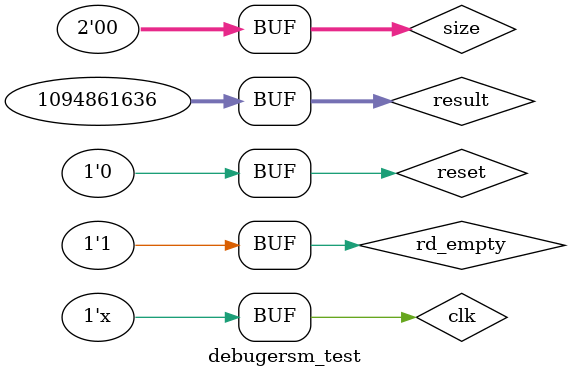
<source format=v>
`timescale 1ns / 1ps


module debugersm_test;

	// Inputs
	reg clk;
	reg reset;
	reg rd_empty;
	reg [31:0] result;
	reg [1:0] size;

	// Outputs
	wire wr;
	wire rd;
	wire [7:0] w_data;

	// Instantiate the Unit Under Test (UUT)
	debugersm uut (
		.clk(clk), 
		.reset(reset), 
		.rd_empty(rd_empty), 
		.result(result), 
		.size(size), 
		.wr(wr), 
		.rd(rd), 
		.w_data(w_data)
	);

	initial begin
		// Initialize Inputs
		clk = 0;
		reset = 1;
		rd_empty = 1;
		result = 0;
		size = 0;

		// Wait 100 ns for global reset to finish
		#100;
		
		reset = 0;
		#1;
		rd_empty = 0;
		result = 32'h41424344;
		size = 2'd0;
		#3;
		rd_empty = 1;
		
		
	
	
        
		// Add stimulus here

	end
	
	always
		begin
			clk = ~clk;
			#1;
		end
endmodule


</source>
